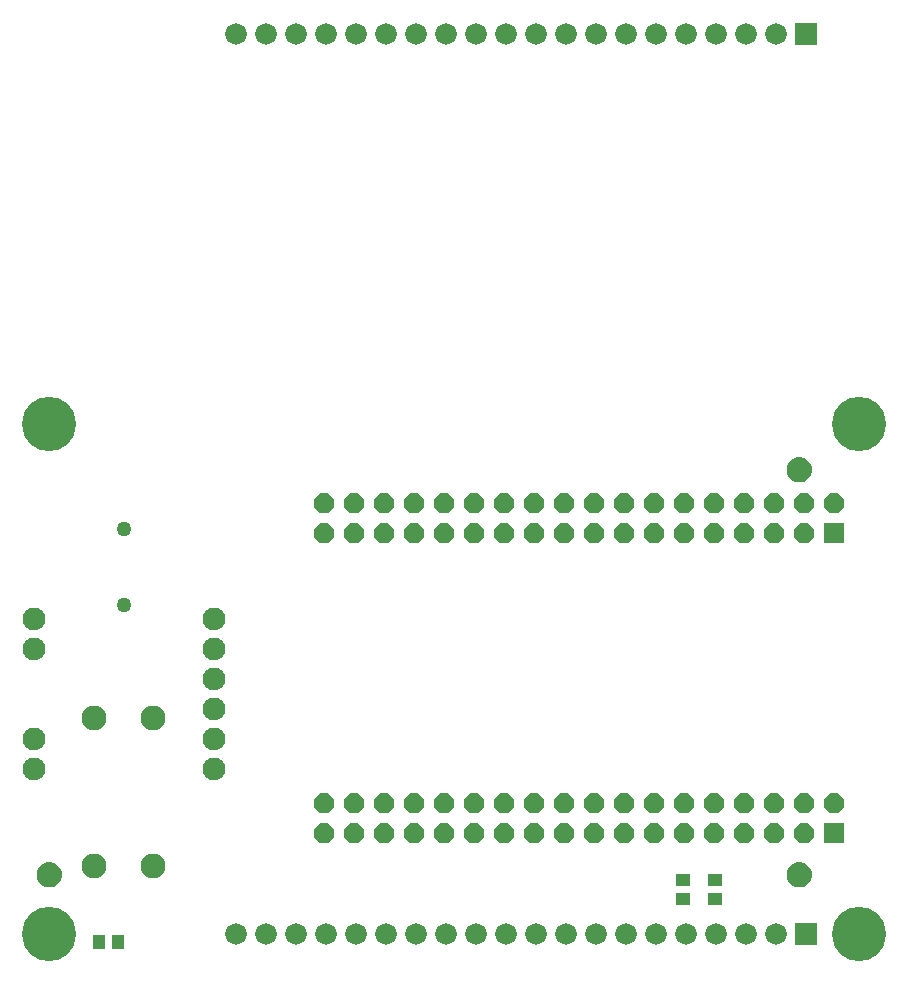
<source format=gbr>
G04 EAGLE Gerber RS-274X export*
G75*
%MOMM*%
%FSLAX34Y34*%
%LPD*%
%INSoldermask Bottom*%
%IPPOS*%
%AMOC8*
5,1,8,0,0,1.08239X$1,22.5*%
G01*
%ADD10R,1.676400X1.676400*%
%ADD11P,1.814519X8X202.500000*%
%ADD12R,1.183641X1.102359*%
%ADD13C,1.272400*%
%ADD14C,2.112400*%
%ADD15C,4.597400*%
%ADD16C,0.609600*%
%ADD17C,1.168400*%
%ADD18R,1.102359X1.183641*%
%ADD19R,1.828800X1.828800*%
%ADD20C,1.828800*%
%ADD21C,1.930400*%


D10*
X702900Y124200D03*
D11*
X702900Y149600D03*
X677500Y124200D03*
X677500Y149600D03*
X652100Y124200D03*
X652100Y149600D03*
X626700Y124200D03*
X626700Y149600D03*
X601300Y124200D03*
X601300Y149600D03*
X575900Y124200D03*
X575900Y149600D03*
X550500Y124200D03*
X550500Y149600D03*
X525100Y124200D03*
X525100Y149600D03*
X499700Y124200D03*
X499700Y149600D03*
X474300Y124200D03*
X474300Y149600D03*
X448900Y124200D03*
X448900Y149600D03*
X423500Y124200D03*
X423500Y149600D03*
X398100Y124200D03*
X398100Y149600D03*
X372700Y124200D03*
X372700Y149600D03*
X347300Y124200D03*
X347300Y149600D03*
X321900Y124200D03*
X321900Y149600D03*
X296500Y124200D03*
X296500Y149600D03*
X271100Y124200D03*
X271100Y149600D03*
D10*
X702900Y378200D03*
D11*
X702900Y403600D03*
X677500Y378200D03*
X677500Y403600D03*
X652100Y378200D03*
X652100Y403600D03*
X626700Y378200D03*
X626700Y403600D03*
X601300Y378200D03*
X601300Y403600D03*
X575900Y378200D03*
X575900Y403600D03*
X550500Y378200D03*
X550500Y403600D03*
X525100Y378200D03*
X525100Y403600D03*
X499700Y378200D03*
X499700Y403600D03*
X474300Y378200D03*
X474300Y403600D03*
X448900Y378200D03*
X448900Y403600D03*
X423500Y378200D03*
X423500Y403600D03*
X398100Y378200D03*
X398100Y403600D03*
X372700Y378200D03*
X372700Y403600D03*
X347300Y378200D03*
X347300Y403600D03*
X321900Y378200D03*
X321900Y403600D03*
X296500Y378200D03*
X296500Y403600D03*
X271100Y378200D03*
X271100Y403600D03*
D12*
X575310Y84201D03*
X575310Y68199D03*
X601980Y84201D03*
X601980Y68199D03*
D13*
X101600Y381750D03*
X101600Y316750D03*
D14*
X126600Y96250D03*
X76600Y96250D03*
X76600Y221250D03*
X126600Y221250D03*
D15*
X38100Y469900D03*
X723900Y469900D03*
X723900Y38100D03*
X38100Y38100D03*
D16*
X665480Y431800D02*
X665482Y431987D01*
X665489Y432174D01*
X665501Y432361D01*
X665517Y432547D01*
X665537Y432733D01*
X665562Y432918D01*
X665592Y433103D01*
X665626Y433287D01*
X665665Y433470D01*
X665708Y433652D01*
X665756Y433832D01*
X665808Y434012D01*
X665865Y434190D01*
X665925Y434367D01*
X665991Y434542D01*
X666060Y434716D01*
X666134Y434888D01*
X666212Y435058D01*
X666294Y435226D01*
X666380Y435392D01*
X666470Y435556D01*
X666564Y435717D01*
X666662Y435877D01*
X666764Y436033D01*
X666870Y436188D01*
X666980Y436339D01*
X667093Y436488D01*
X667210Y436634D01*
X667330Y436777D01*
X667454Y436917D01*
X667581Y437054D01*
X667712Y437188D01*
X667846Y437319D01*
X667983Y437446D01*
X668123Y437570D01*
X668266Y437690D01*
X668412Y437807D01*
X668561Y437920D01*
X668712Y438030D01*
X668867Y438136D01*
X669023Y438238D01*
X669183Y438336D01*
X669344Y438430D01*
X669508Y438520D01*
X669674Y438606D01*
X669842Y438688D01*
X670012Y438766D01*
X670184Y438840D01*
X670358Y438909D01*
X670533Y438975D01*
X670710Y439035D01*
X670888Y439092D01*
X671068Y439144D01*
X671248Y439192D01*
X671430Y439235D01*
X671613Y439274D01*
X671797Y439308D01*
X671982Y439338D01*
X672167Y439363D01*
X672353Y439383D01*
X672539Y439399D01*
X672726Y439411D01*
X672913Y439418D01*
X673100Y439420D01*
X673287Y439418D01*
X673474Y439411D01*
X673661Y439399D01*
X673847Y439383D01*
X674033Y439363D01*
X674218Y439338D01*
X674403Y439308D01*
X674587Y439274D01*
X674770Y439235D01*
X674952Y439192D01*
X675132Y439144D01*
X675312Y439092D01*
X675490Y439035D01*
X675667Y438975D01*
X675842Y438909D01*
X676016Y438840D01*
X676188Y438766D01*
X676358Y438688D01*
X676526Y438606D01*
X676692Y438520D01*
X676856Y438430D01*
X677017Y438336D01*
X677177Y438238D01*
X677333Y438136D01*
X677488Y438030D01*
X677639Y437920D01*
X677788Y437807D01*
X677934Y437690D01*
X678077Y437570D01*
X678217Y437446D01*
X678354Y437319D01*
X678488Y437188D01*
X678619Y437054D01*
X678746Y436917D01*
X678870Y436777D01*
X678990Y436634D01*
X679107Y436488D01*
X679220Y436339D01*
X679330Y436188D01*
X679436Y436033D01*
X679538Y435877D01*
X679636Y435717D01*
X679730Y435556D01*
X679820Y435392D01*
X679906Y435226D01*
X679988Y435058D01*
X680066Y434888D01*
X680140Y434716D01*
X680209Y434542D01*
X680275Y434367D01*
X680335Y434190D01*
X680392Y434012D01*
X680444Y433832D01*
X680492Y433652D01*
X680535Y433470D01*
X680574Y433287D01*
X680608Y433103D01*
X680638Y432918D01*
X680663Y432733D01*
X680683Y432547D01*
X680699Y432361D01*
X680711Y432174D01*
X680718Y431987D01*
X680720Y431800D01*
X680718Y431613D01*
X680711Y431426D01*
X680699Y431239D01*
X680683Y431053D01*
X680663Y430867D01*
X680638Y430682D01*
X680608Y430497D01*
X680574Y430313D01*
X680535Y430130D01*
X680492Y429948D01*
X680444Y429768D01*
X680392Y429588D01*
X680335Y429410D01*
X680275Y429233D01*
X680209Y429058D01*
X680140Y428884D01*
X680066Y428712D01*
X679988Y428542D01*
X679906Y428374D01*
X679820Y428208D01*
X679730Y428044D01*
X679636Y427883D01*
X679538Y427723D01*
X679436Y427567D01*
X679330Y427412D01*
X679220Y427261D01*
X679107Y427112D01*
X678990Y426966D01*
X678870Y426823D01*
X678746Y426683D01*
X678619Y426546D01*
X678488Y426412D01*
X678354Y426281D01*
X678217Y426154D01*
X678077Y426030D01*
X677934Y425910D01*
X677788Y425793D01*
X677639Y425680D01*
X677488Y425570D01*
X677333Y425464D01*
X677177Y425362D01*
X677017Y425264D01*
X676856Y425170D01*
X676692Y425080D01*
X676526Y424994D01*
X676358Y424912D01*
X676188Y424834D01*
X676016Y424760D01*
X675842Y424691D01*
X675667Y424625D01*
X675490Y424565D01*
X675312Y424508D01*
X675132Y424456D01*
X674952Y424408D01*
X674770Y424365D01*
X674587Y424326D01*
X674403Y424292D01*
X674218Y424262D01*
X674033Y424237D01*
X673847Y424217D01*
X673661Y424201D01*
X673474Y424189D01*
X673287Y424182D01*
X673100Y424180D01*
X672913Y424182D01*
X672726Y424189D01*
X672539Y424201D01*
X672353Y424217D01*
X672167Y424237D01*
X671982Y424262D01*
X671797Y424292D01*
X671613Y424326D01*
X671430Y424365D01*
X671248Y424408D01*
X671068Y424456D01*
X670888Y424508D01*
X670710Y424565D01*
X670533Y424625D01*
X670358Y424691D01*
X670184Y424760D01*
X670012Y424834D01*
X669842Y424912D01*
X669674Y424994D01*
X669508Y425080D01*
X669344Y425170D01*
X669183Y425264D01*
X669023Y425362D01*
X668867Y425464D01*
X668712Y425570D01*
X668561Y425680D01*
X668412Y425793D01*
X668266Y425910D01*
X668123Y426030D01*
X667983Y426154D01*
X667846Y426281D01*
X667712Y426412D01*
X667581Y426546D01*
X667454Y426683D01*
X667330Y426823D01*
X667210Y426966D01*
X667093Y427112D01*
X666980Y427261D01*
X666870Y427412D01*
X666764Y427567D01*
X666662Y427723D01*
X666564Y427883D01*
X666470Y428044D01*
X666380Y428208D01*
X666294Y428374D01*
X666212Y428542D01*
X666134Y428712D01*
X666060Y428884D01*
X665991Y429058D01*
X665925Y429233D01*
X665865Y429410D01*
X665808Y429588D01*
X665756Y429768D01*
X665708Y429948D01*
X665665Y430130D01*
X665626Y430313D01*
X665592Y430497D01*
X665562Y430682D01*
X665537Y430867D01*
X665517Y431053D01*
X665501Y431239D01*
X665489Y431426D01*
X665482Y431613D01*
X665480Y431800D01*
D17*
X673100Y431800D03*
D16*
X665480Y88900D02*
X665482Y89087D01*
X665489Y89274D01*
X665501Y89461D01*
X665517Y89647D01*
X665537Y89833D01*
X665562Y90018D01*
X665592Y90203D01*
X665626Y90387D01*
X665665Y90570D01*
X665708Y90752D01*
X665756Y90932D01*
X665808Y91112D01*
X665865Y91290D01*
X665925Y91467D01*
X665991Y91642D01*
X666060Y91816D01*
X666134Y91988D01*
X666212Y92158D01*
X666294Y92326D01*
X666380Y92492D01*
X666470Y92656D01*
X666564Y92817D01*
X666662Y92977D01*
X666764Y93133D01*
X666870Y93288D01*
X666980Y93439D01*
X667093Y93588D01*
X667210Y93734D01*
X667330Y93877D01*
X667454Y94017D01*
X667581Y94154D01*
X667712Y94288D01*
X667846Y94419D01*
X667983Y94546D01*
X668123Y94670D01*
X668266Y94790D01*
X668412Y94907D01*
X668561Y95020D01*
X668712Y95130D01*
X668867Y95236D01*
X669023Y95338D01*
X669183Y95436D01*
X669344Y95530D01*
X669508Y95620D01*
X669674Y95706D01*
X669842Y95788D01*
X670012Y95866D01*
X670184Y95940D01*
X670358Y96009D01*
X670533Y96075D01*
X670710Y96135D01*
X670888Y96192D01*
X671068Y96244D01*
X671248Y96292D01*
X671430Y96335D01*
X671613Y96374D01*
X671797Y96408D01*
X671982Y96438D01*
X672167Y96463D01*
X672353Y96483D01*
X672539Y96499D01*
X672726Y96511D01*
X672913Y96518D01*
X673100Y96520D01*
X673287Y96518D01*
X673474Y96511D01*
X673661Y96499D01*
X673847Y96483D01*
X674033Y96463D01*
X674218Y96438D01*
X674403Y96408D01*
X674587Y96374D01*
X674770Y96335D01*
X674952Y96292D01*
X675132Y96244D01*
X675312Y96192D01*
X675490Y96135D01*
X675667Y96075D01*
X675842Y96009D01*
X676016Y95940D01*
X676188Y95866D01*
X676358Y95788D01*
X676526Y95706D01*
X676692Y95620D01*
X676856Y95530D01*
X677017Y95436D01*
X677177Y95338D01*
X677333Y95236D01*
X677488Y95130D01*
X677639Y95020D01*
X677788Y94907D01*
X677934Y94790D01*
X678077Y94670D01*
X678217Y94546D01*
X678354Y94419D01*
X678488Y94288D01*
X678619Y94154D01*
X678746Y94017D01*
X678870Y93877D01*
X678990Y93734D01*
X679107Y93588D01*
X679220Y93439D01*
X679330Y93288D01*
X679436Y93133D01*
X679538Y92977D01*
X679636Y92817D01*
X679730Y92656D01*
X679820Y92492D01*
X679906Y92326D01*
X679988Y92158D01*
X680066Y91988D01*
X680140Y91816D01*
X680209Y91642D01*
X680275Y91467D01*
X680335Y91290D01*
X680392Y91112D01*
X680444Y90932D01*
X680492Y90752D01*
X680535Y90570D01*
X680574Y90387D01*
X680608Y90203D01*
X680638Y90018D01*
X680663Y89833D01*
X680683Y89647D01*
X680699Y89461D01*
X680711Y89274D01*
X680718Y89087D01*
X680720Y88900D01*
X680718Y88713D01*
X680711Y88526D01*
X680699Y88339D01*
X680683Y88153D01*
X680663Y87967D01*
X680638Y87782D01*
X680608Y87597D01*
X680574Y87413D01*
X680535Y87230D01*
X680492Y87048D01*
X680444Y86868D01*
X680392Y86688D01*
X680335Y86510D01*
X680275Y86333D01*
X680209Y86158D01*
X680140Y85984D01*
X680066Y85812D01*
X679988Y85642D01*
X679906Y85474D01*
X679820Y85308D01*
X679730Y85144D01*
X679636Y84983D01*
X679538Y84823D01*
X679436Y84667D01*
X679330Y84512D01*
X679220Y84361D01*
X679107Y84212D01*
X678990Y84066D01*
X678870Y83923D01*
X678746Y83783D01*
X678619Y83646D01*
X678488Y83512D01*
X678354Y83381D01*
X678217Y83254D01*
X678077Y83130D01*
X677934Y83010D01*
X677788Y82893D01*
X677639Y82780D01*
X677488Y82670D01*
X677333Y82564D01*
X677177Y82462D01*
X677017Y82364D01*
X676856Y82270D01*
X676692Y82180D01*
X676526Y82094D01*
X676358Y82012D01*
X676188Y81934D01*
X676016Y81860D01*
X675842Y81791D01*
X675667Y81725D01*
X675490Y81665D01*
X675312Y81608D01*
X675132Y81556D01*
X674952Y81508D01*
X674770Y81465D01*
X674587Y81426D01*
X674403Y81392D01*
X674218Y81362D01*
X674033Y81337D01*
X673847Y81317D01*
X673661Y81301D01*
X673474Y81289D01*
X673287Y81282D01*
X673100Y81280D01*
X672913Y81282D01*
X672726Y81289D01*
X672539Y81301D01*
X672353Y81317D01*
X672167Y81337D01*
X671982Y81362D01*
X671797Y81392D01*
X671613Y81426D01*
X671430Y81465D01*
X671248Y81508D01*
X671068Y81556D01*
X670888Y81608D01*
X670710Y81665D01*
X670533Y81725D01*
X670358Y81791D01*
X670184Y81860D01*
X670012Y81934D01*
X669842Y82012D01*
X669674Y82094D01*
X669508Y82180D01*
X669344Y82270D01*
X669183Y82364D01*
X669023Y82462D01*
X668867Y82564D01*
X668712Y82670D01*
X668561Y82780D01*
X668412Y82893D01*
X668266Y83010D01*
X668123Y83130D01*
X667983Y83254D01*
X667846Y83381D01*
X667712Y83512D01*
X667581Y83646D01*
X667454Y83783D01*
X667330Y83923D01*
X667210Y84066D01*
X667093Y84212D01*
X666980Y84361D01*
X666870Y84512D01*
X666764Y84667D01*
X666662Y84823D01*
X666564Y84983D01*
X666470Y85144D01*
X666380Y85308D01*
X666294Y85474D01*
X666212Y85642D01*
X666134Y85812D01*
X666060Y85984D01*
X665991Y86158D01*
X665925Y86333D01*
X665865Y86510D01*
X665808Y86688D01*
X665756Y86868D01*
X665708Y87048D01*
X665665Y87230D01*
X665626Y87413D01*
X665592Y87597D01*
X665562Y87782D01*
X665537Y87967D01*
X665517Y88153D01*
X665501Y88339D01*
X665489Y88526D01*
X665482Y88713D01*
X665480Y88900D01*
D17*
X673100Y88900D03*
D16*
X30480Y88900D02*
X30482Y89087D01*
X30489Y89274D01*
X30501Y89461D01*
X30517Y89647D01*
X30537Y89833D01*
X30562Y90018D01*
X30592Y90203D01*
X30626Y90387D01*
X30665Y90570D01*
X30708Y90752D01*
X30756Y90932D01*
X30808Y91112D01*
X30865Y91290D01*
X30925Y91467D01*
X30991Y91642D01*
X31060Y91816D01*
X31134Y91988D01*
X31212Y92158D01*
X31294Y92326D01*
X31380Y92492D01*
X31470Y92656D01*
X31564Y92817D01*
X31662Y92977D01*
X31764Y93133D01*
X31870Y93288D01*
X31980Y93439D01*
X32093Y93588D01*
X32210Y93734D01*
X32330Y93877D01*
X32454Y94017D01*
X32581Y94154D01*
X32712Y94288D01*
X32846Y94419D01*
X32983Y94546D01*
X33123Y94670D01*
X33266Y94790D01*
X33412Y94907D01*
X33561Y95020D01*
X33712Y95130D01*
X33867Y95236D01*
X34023Y95338D01*
X34183Y95436D01*
X34344Y95530D01*
X34508Y95620D01*
X34674Y95706D01*
X34842Y95788D01*
X35012Y95866D01*
X35184Y95940D01*
X35358Y96009D01*
X35533Y96075D01*
X35710Y96135D01*
X35888Y96192D01*
X36068Y96244D01*
X36248Y96292D01*
X36430Y96335D01*
X36613Y96374D01*
X36797Y96408D01*
X36982Y96438D01*
X37167Y96463D01*
X37353Y96483D01*
X37539Y96499D01*
X37726Y96511D01*
X37913Y96518D01*
X38100Y96520D01*
X38287Y96518D01*
X38474Y96511D01*
X38661Y96499D01*
X38847Y96483D01*
X39033Y96463D01*
X39218Y96438D01*
X39403Y96408D01*
X39587Y96374D01*
X39770Y96335D01*
X39952Y96292D01*
X40132Y96244D01*
X40312Y96192D01*
X40490Y96135D01*
X40667Y96075D01*
X40842Y96009D01*
X41016Y95940D01*
X41188Y95866D01*
X41358Y95788D01*
X41526Y95706D01*
X41692Y95620D01*
X41856Y95530D01*
X42017Y95436D01*
X42177Y95338D01*
X42333Y95236D01*
X42488Y95130D01*
X42639Y95020D01*
X42788Y94907D01*
X42934Y94790D01*
X43077Y94670D01*
X43217Y94546D01*
X43354Y94419D01*
X43488Y94288D01*
X43619Y94154D01*
X43746Y94017D01*
X43870Y93877D01*
X43990Y93734D01*
X44107Y93588D01*
X44220Y93439D01*
X44330Y93288D01*
X44436Y93133D01*
X44538Y92977D01*
X44636Y92817D01*
X44730Y92656D01*
X44820Y92492D01*
X44906Y92326D01*
X44988Y92158D01*
X45066Y91988D01*
X45140Y91816D01*
X45209Y91642D01*
X45275Y91467D01*
X45335Y91290D01*
X45392Y91112D01*
X45444Y90932D01*
X45492Y90752D01*
X45535Y90570D01*
X45574Y90387D01*
X45608Y90203D01*
X45638Y90018D01*
X45663Y89833D01*
X45683Y89647D01*
X45699Y89461D01*
X45711Y89274D01*
X45718Y89087D01*
X45720Y88900D01*
X45718Y88713D01*
X45711Y88526D01*
X45699Y88339D01*
X45683Y88153D01*
X45663Y87967D01*
X45638Y87782D01*
X45608Y87597D01*
X45574Y87413D01*
X45535Y87230D01*
X45492Y87048D01*
X45444Y86868D01*
X45392Y86688D01*
X45335Y86510D01*
X45275Y86333D01*
X45209Y86158D01*
X45140Y85984D01*
X45066Y85812D01*
X44988Y85642D01*
X44906Y85474D01*
X44820Y85308D01*
X44730Y85144D01*
X44636Y84983D01*
X44538Y84823D01*
X44436Y84667D01*
X44330Y84512D01*
X44220Y84361D01*
X44107Y84212D01*
X43990Y84066D01*
X43870Y83923D01*
X43746Y83783D01*
X43619Y83646D01*
X43488Y83512D01*
X43354Y83381D01*
X43217Y83254D01*
X43077Y83130D01*
X42934Y83010D01*
X42788Y82893D01*
X42639Y82780D01*
X42488Y82670D01*
X42333Y82564D01*
X42177Y82462D01*
X42017Y82364D01*
X41856Y82270D01*
X41692Y82180D01*
X41526Y82094D01*
X41358Y82012D01*
X41188Y81934D01*
X41016Y81860D01*
X40842Y81791D01*
X40667Y81725D01*
X40490Y81665D01*
X40312Y81608D01*
X40132Y81556D01*
X39952Y81508D01*
X39770Y81465D01*
X39587Y81426D01*
X39403Y81392D01*
X39218Y81362D01*
X39033Y81337D01*
X38847Y81317D01*
X38661Y81301D01*
X38474Y81289D01*
X38287Y81282D01*
X38100Y81280D01*
X37913Y81282D01*
X37726Y81289D01*
X37539Y81301D01*
X37353Y81317D01*
X37167Y81337D01*
X36982Y81362D01*
X36797Y81392D01*
X36613Y81426D01*
X36430Y81465D01*
X36248Y81508D01*
X36068Y81556D01*
X35888Y81608D01*
X35710Y81665D01*
X35533Y81725D01*
X35358Y81791D01*
X35184Y81860D01*
X35012Y81934D01*
X34842Y82012D01*
X34674Y82094D01*
X34508Y82180D01*
X34344Y82270D01*
X34183Y82364D01*
X34023Y82462D01*
X33867Y82564D01*
X33712Y82670D01*
X33561Y82780D01*
X33412Y82893D01*
X33266Y83010D01*
X33123Y83130D01*
X32983Y83254D01*
X32846Y83381D01*
X32712Y83512D01*
X32581Y83646D01*
X32454Y83783D01*
X32330Y83923D01*
X32210Y84066D01*
X32093Y84212D01*
X31980Y84361D01*
X31870Y84512D01*
X31764Y84667D01*
X31662Y84823D01*
X31564Y84983D01*
X31470Y85144D01*
X31380Y85308D01*
X31294Y85474D01*
X31212Y85642D01*
X31134Y85812D01*
X31060Y85984D01*
X30991Y86158D01*
X30925Y86333D01*
X30865Y86510D01*
X30808Y86688D01*
X30756Y86868D01*
X30708Y87048D01*
X30665Y87230D01*
X30626Y87413D01*
X30592Y87597D01*
X30562Y87782D01*
X30537Y87967D01*
X30517Y88153D01*
X30501Y88339D01*
X30489Y88526D01*
X30482Y88713D01*
X30480Y88900D01*
D17*
X38100Y88900D03*
D18*
X96901Y31750D03*
X80899Y31750D03*
D19*
X679450Y800100D03*
D20*
X654050Y800100D03*
X628650Y800100D03*
X603250Y800100D03*
X577850Y800100D03*
X552450Y800100D03*
X527050Y800100D03*
X501650Y800100D03*
X476250Y800100D03*
X450850Y800100D03*
X425450Y800100D03*
X400050Y800100D03*
X374650Y800100D03*
X349250Y800100D03*
X323850Y800100D03*
X298450Y800100D03*
X273050Y800100D03*
X247650Y800100D03*
X222250Y800100D03*
X196850Y800100D03*
D19*
X679450Y38100D03*
D20*
X654050Y38100D03*
X628650Y38100D03*
X603250Y38100D03*
X577850Y38100D03*
X552450Y38100D03*
X527050Y38100D03*
X501650Y38100D03*
X476250Y38100D03*
X450850Y38100D03*
X425450Y38100D03*
X400050Y38100D03*
X374650Y38100D03*
X349250Y38100D03*
X323850Y38100D03*
X298450Y38100D03*
X273050Y38100D03*
X247650Y38100D03*
X222250Y38100D03*
X196850Y38100D03*
D21*
X177800Y304800D03*
X177800Y279400D03*
X177800Y254000D03*
X177800Y228600D03*
X177800Y203200D03*
X177800Y177800D03*
X25400Y177800D03*
X25400Y203200D03*
X25400Y304800D03*
X25400Y279400D03*
M02*

</source>
